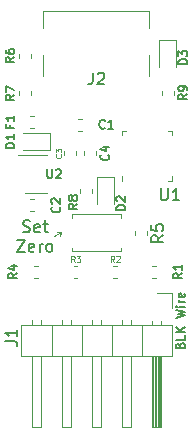
<source format=gbr>
G04 #@! TF.GenerationSoftware,KiCad,Pcbnew,(5.1.5)-3*
G04 #@! TF.CreationDate,2022-01-21T17:51:05-06:00*
G04 #@! TF.ProjectId,test_stand_smd,74657374-5f73-4746-916e-645f736d642e,rev?*
G04 #@! TF.SameCoordinates,Original*
G04 #@! TF.FileFunction,Legend,Top*
G04 #@! TF.FilePolarity,Positive*
%FSLAX46Y46*%
G04 Gerber Fmt 4.6, Leading zero omitted, Abs format (unit mm)*
G04 Created by KiCad (PCBNEW (5.1.5)-3) date 2022-01-21 17:51:05*
%MOMM*%
%LPD*%
G04 APERTURE LIST*
%ADD10C,0.120000*%
%ADD11C,0.150000*%
%ADD12C,0.125000*%
G04 APERTURE END LIST*
D10*
X140284200Y-94792800D02*
X140157200Y-95123000D01*
X140284200Y-94792800D02*
X139954000Y-94716600D01*
X140284200Y-94792800D02*
X139674600Y-95123000D01*
D11*
X137074400Y-94728161D02*
X137217257Y-94775780D01*
X137455352Y-94775780D01*
X137550590Y-94728161D01*
X137598209Y-94680542D01*
X137645828Y-94585304D01*
X137645828Y-94490066D01*
X137598209Y-94394828D01*
X137550590Y-94347209D01*
X137455352Y-94299590D01*
X137264876Y-94251971D01*
X137169638Y-94204352D01*
X137122019Y-94156733D01*
X137074400Y-94061495D01*
X137074400Y-93966257D01*
X137122019Y-93871019D01*
X137169638Y-93823400D01*
X137264876Y-93775780D01*
X137502971Y-93775780D01*
X137645828Y-93823400D01*
X138455352Y-94728161D02*
X138360114Y-94775780D01*
X138169638Y-94775780D01*
X138074400Y-94728161D01*
X138026780Y-94632923D01*
X138026780Y-94251971D01*
X138074400Y-94156733D01*
X138169638Y-94109114D01*
X138360114Y-94109114D01*
X138455352Y-94156733D01*
X138502971Y-94251971D01*
X138502971Y-94347209D01*
X138026780Y-94442447D01*
X138788685Y-94109114D02*
X139169638Y-94109114D01*
X138931542Y-93775780D02*
X138931542Y-94632923D01*
X138979161Y-94728161D01*
X139074400Y-94775780D01*
X139169638Y-94775780D01*
X136550590Y-95425780D02*
X137217257Y-95425780D01*
X136550590Y-96425780D01*
X137217257Y-96425780D01*
X137979161Y-96378161D02*
X137883923Y-96425780D01*
X137693447Y-96425780D01*
X137598209Y-96378161D01*
X137550590Y-96282923D01*
X137550590Y-95901971D01*
X137598209Y-95806733D01*
X137693447Y-95759114D01*
X137883923Y-95759114D01*
X137979161Y-95806733D01*
X138026780Y-95901971D01*
X138026780Y-95997209D01*
X137550590Y-96092447D01*
X138455352Y-96425780D02*
X138455352Y-95759114D01*
X138455352Y-95949590D02*
X138502971Y-95854352D01*
X138550590Y-95806733D01*
X138645828Y-95759114D01*
X138741066Y-95759114D01*
X139217257Y-96425780D02*
X139122019Y-96378161D01*
X139074400Y-96330542D01*
X139026780Y-96235304D01*
X139026780Y-95949590D01*
X139074400Y-95854352D01*
X139122019Y-95806733D01*
X139217257Y-95759114D01*
X139360114Y-95759114D01*
X139455352Y-95806733D01*
X139502971Y-95854352D01*
X139550590Y-95949590D01*
X139550590Y-96235304D01*
X139502971Y-96330542D01*
X139455352Y-96378161D01*
X139360114Y-96425780D01*
X139217257Y-96425780D01*
X150339828Y-104357228D02*
X150375542Y-104250085D01*
X150411257Y-104214371D01*
X150482685Y-104178657D01*
X150589828Y-104178657D01*
X150661257Y-104214371D01*
X150696971Y-104250085D01*
X150732685Y-104321514D01*
X150732685Y-104607228D01*
X149982685Y-104607228D01*
X149982685Y-104357228D01*
X150018400Y-104285800D01*
X150054114Y-104250085D01*
X150125542Y-104214371D01*
X150196971Y-104214371D01*
X150268400Y-104250085D01*
X150304114Y-104285800D01*
X150339828Y-104357228D01*
X150339828Y-104607228D01*
X150732685Y-103500085D02*
X150732685Y-103857228D01*
X149982685Y-103857228D01*
X150732685Y-103250085D02*
X149982685Y-103250085D01*
X150732685Y-102821514D02*
X150304114Y-103142942D01*
X149982685Y-102821514D02*
X150411257Y-103250085D01*
X149982685Y-102000085D02*
X150732685Y-101821514D01*
X150196971Y-101678657D01*
X150732685Y-101535800D01*
X149982685Y-101357228D01*
X150732685Y-101071514D02*
X150232685Y-101071514D01*
X149982685Y-101071514D02*
X150018400Y-101107228D01*
X150054114Y-101071514D01*
X150018400Y-101035800D01*
X149982685Y-101071514D01*
X150054114Y-101071514D01*
X150732685Y-100714371D02*
X150232685Y-100714371D01*
X150375542Y-100714371D02*
X150304114Y-100678657D01*
X150268400Y-100642942D01*
X150232685Y-100571514D01*
X150232685Y-100500085D01*
X150696971Y-99964371D02*
X150732685Y-100035800D01*
X150732685Y-100178657D01*
X150696971Y-100250085D01*
X150625542Y-100285800D01*
X150339828Y-100285800D01*
X150268400Y-100250085D01*
X150232685Y-100178657D01*
X150232685Y-100035800D01*
X150268400Y-99964371D01*
X150339828Y-99928657D01*
X150411257Y-99928657D01*
X150482685Y-100285800D01*
D10*
X148791200Y-82819021D02*
X148791200Y-83144579D01*
X149811200Y-82819021D02*
X149811200Y-83144579D01*
X148566200Y-78499600D02*
X148566200Y-80784600D01*
X150036200Y-78499600D02*
X148566200Y-78499600D01*
X150036200Y-80784600D02*
X150036200Y-78499600D01*
X141882400Y-91099421D02*
X141882400Y-91424979D01*
X142902400Y-91099421D02*
X142902400Y-91424979D01*
X143283000Y-90082000D02*
X143283000Y-92367000D01*
X144753000Y-90082000D02*
X143283000Y-90082000D01*
X144753000Y-92367000D02*
X144753000Y-90082000D01*
X147723460Y-81555200D02*
X147723460Y-79755200D01*
X147723460Y-76045200D02*
X147723460Y-77505200D01*
X138783460Y-76045200D02*
X138783460Y-77505200D01*
X138783460Y-81555200D02*
X138783460Y-79755200D01*
X138783460Y-76045200D02*
X147723460Y-76045200D01*
X145326000Y-93248200D02*
X145326000Y-93548200D01*
X141186000Y-96388200D02*
X141186000Y-96088200D01*
X141186000Y-93548200D02*
X141186000Y-93248200D01*
X145326000Y-96388200D02*
X141186000Y-96388200D01*
X145326000Y-96088200D02*
X145326000Y-96388200D01*
X141186000Y-93248200D02*
X145326000Y-93248200D01*
X149639020Y-99882960D02*
X149639020Y-101152960D01*
X148369020Y-99882960D02*
X149639020Y-99882960D01*
X137829020Y-102195889D02*
X137829020Y-102592960D01*
X138589020Y-102195889D02*
X138589020Y-102592960D01*
X137829020Y-111252960D02*
X137829020Y-105252960D01*
X138589020Y-111252960D02*
X137829020Y-111252960D01*
X138589020Y-105252960D02*
X138589020Y-111252960D01*
X139479020Y-102592960D02*
X139479020Y-105252960D01*
X140369020Y-102195889D02*
X140369020Y-102592960D01*
X141129020Y-102195889D02*
X141129020Y-102592960D01*
X140369020Y-111252960D02*
X140369020Y-105252960D01*
X141129020Y-111252960D02*
X140369020Y-111252960D01*
X141129020Y-105252960D02*
X141129020Y-111252960D01*
X142019020Y-102592960D02*
X142019020Y-105252960D01*
X142909020Y-102195889D02*
X142909020Y-102592960D01*
X143669020Y-102195889D02*
X143669020Y-102592960D01*
X142909020Y-111252960D02*
X142909020Y-105252960D01*
X143669020Y-111252960D02*
X142909020Y-111252960D01*
X143669020Y-105252960D02*
X143669020Y-111252960D01*
X144559020Y-102592960D02*
X144559020Y-105252960D01*
X145449020Y-102195889D02*
X145449020Y-102592960D01*
X146209020Y-102195889D02*
X146209020Y-102592960D01*
X145449020Y-111252960D02*
X145449020Y-105252960D01*
X146209020Y-111252960D02*
X145449020Y-111252960D01*
X146209020Y-105252960D02*
X146209020Y-111252960D01*
X147099020Y-102592960D02*
X147099020Y-105252960D01*
X147989020Y-102262960D02*
X147989020Y-102592960D01*
X148749020Y-102262960D02*
X148749020Y-102592960D01*
X148089020Y-105252960D02*
X148089020Y-111252960D01*
X148209020Y-105252960D02*
X148209020Y-111252960D01*
X148329020Y-105252960D02*
X148329020Y-111252960D01*
X148449020Y-105252960D02*
X148449020Y-111252960D01*
X148569020Y-105252960D02*
X148569020Y-111252960D01*
X148689020Y-105252960D02*
X148689020Y-111252960D01*
X147989020Y-111252960D02*
X147989020Y-105252960D01*
X148749020Y-111252960D02*
X147989020Y-111252960D01*
X148749020Y-105252960D02*
X148749020Y-111252960D01*
X149699020Y-105252960D02*
X149699020Y-102592960D01*
X136879020Y-105252960D02*
X149699020Y-105252960D01*
X136879020Y-102592960D02*
X136879020Y-105252960D01*
X149699020Y-102592960D02*
X136879020Y-102592960D01*
X139050600Y-88204400D02*
X136600600Y-88204400D01*
X137250600Y-91424400D02*
X139050600Y-91424400D01*
X145464000Y-86530400D02*
X145464000Y-86180400D01*
X145464000Y-86180400D02*
X145814000Y-86180400D01*
X149684000Y-90050400D02*
X149684000Y-90400400D01*
X149684000Y-90400400D02*
X149334000Y-90400400D01*
X149684000Y-86530400D02*
X149684000Y-86180400D01*
X149684000Y-86180400D02*
X149334000Y-86180400D01*
X145464000Y-90050400D02*
X145464000Y-90400400D01*
X136700800Y-82844421D02*
X136700800Y-83169979D01*
X137720800Y-82844421D02*
X137720800Y-83169979D01*
X136700800Y-79669421D02*
X136700800Y-79994979D01*
X137720800Y-79669421D02*
X137720800Y-79994979D01*
X146530600Y-94706221D02*
X146530600Y-95031779D01*
X147550600Y-94706221D02*
X147550600Y-95031779D01*
X138350179Y-97625200D02*
X138024621Y-97625200D01*
X138350179Y-98645200D02*
X138024621Y-98645200D01*
X141660179Y-97625200D02*
X141334621Y-97625200D01*
X141660179Y-98645200D02*
X141334621Y-98645200D01*
X145018979Y-97610200D02*
X144693421Y-97610200D01*
X145018979Y-98630200D02*
X144693421Y-98630200D01*
X148290179Y-97605200D02*
X147964621Y-97605200D01*
X148290179Y-98625200D02*
X147964621Y-98625200D01*
X137683021Y-85955600D02*
X138008579Y-85955600D01*
X137683021Y-84935600D02*
X138008579Y-84935600D01*
X139330800Y-86336200D02*
X137045800Y-86336200D01*
X139330800Y-87806200D02*
X139330800Y-86336200D01*
X137045800Y-87806200D02*
X139330800Y-87806200D01*
X143232600Y-88249979D02*
X143232600Y-87924421D01*
X142212600Y-88249979D02*
X142212600Y-87924421D01*
X141530800Y-88249979D02*
X141530800Y-87924421D01*
X140510800Y-88249979D02*
X140510800Y-87924421D01*
X137683021Y-92991400D02*
X138008579Y-92991400D01*
X137683021Y-91971400D02*
X138008579Y-91971400D01*
X142047179Y-85164200D02*
X141721621Y-85164200D01*
X142047179Y-86184200D02*
X141721621Y-86184200D01*
D11*
X150961285Y-83106800D02*
X150604142Y-83356800D01*
X150961285Y-83535371D02*
X150211285Y-83535371D01*
X150211285Y-83249657D01*
X150247000Y-83178228D01*
X150282714Y-83142514D01*
X150354142Y-83106800D01*
X150461285Y-83106800D01*
X150532714Y-83142514D01*
X150568428Y-83178228D01*
X150604142Y-83249657D01*
X150604142Y-83535371D01*
X150961285Y-82749657D02*
X150961285Y-82606800D01*
X150925571Y-82535371D01*
X150889857Y-82499657D01*
X150782714Y-82428228D01*
X150639857Y-82392514D01*
X150354142Y-82392514D01*
X150282714Y-82428228D01*
X150247000Y-82463942D01*
X150211285Y-82535371D01*
X150211285Y-82678228D01*
X150247000Y-82749657D01*
X150282714Y-82785371D01*
X150354142Y-82821085D01*
X150532714Y-82821085D01*
X150604142Y-82785371D01*
X150639857Y-82749657D01*
X150675571Y-82678228D01*
X150675571Y-82535371D01*
X150639857Y-82463942D01*
X150604142Y-82428228D01*
X150532714Y-82392514D01*
X150961285Y-80538171D02*
X150211285Y-80538171D01*
X150211285Y-80359600D01*
X150247000Y-80252457D01*
X150318428Y-80181028D01*
X150389857Y-80145314D01*
X150532714Y-80109600D01*
X150639857Y-80109600D01*
X150782714Y-80145314D01*
X150854142Y-80181028D01*
X150925571Y-80252457D01*
X150961285Y-80359600D01*
X150961285Y-80538171D01*
X150211285Y-79859600D02*
X150211285Y-79395314D01*
X150497000Y-79645314D01*
X150497000Y-79538171D01*
X150532714Y-79466742D01*
X150568428Y-79431028D01*
X150639857Y-79395314D01*
X150818428Y-79395314D01*
X150889857Y-79431028D01*
X150925571Y-79466742D01*
X150961285Y-79538171D01*
X150961285Y-79752457D01*
X150925571Y-79823885D01*
X150889857Y-79859600D01*
X141664885Y-92377800D02*
X141307742Y-92627800D01*
X141664885Y-92806371D02*
X140914885Y-92806371D01*
X140914885Y-92520657D01*
X140950600Y-92449228D01*
X140986314Y-92413514D01*
X141057742Y-92377800D01*
X141164885Y-92377800D01*
X141236314Y-92413514D01*
X141272028Y-92449228D01*
X141307742Y-92520657D01*
X141307742Y-92806371D01*
X141236314Y-91949228D02*
X141200600Y-92020657D01*
X141164885Y-92056371D01*
X141093457Y-92092085D01*
X141057742Y-92092085D01*
X140986314Y-92056371D01*
X140950600Y-92020657D01*
X140914885Y-91949228D01*
X140914885Y-91806371D01*
X140950600Y-91734942D01*
X140986314Y-91699228D01*
X141057742Y-91663514D01*
X141093457Y-91663514D01*
X141164885Y-91699228D01*
X141200600Y-91734942D01*
X141236314Y-91806371D01*
X141236314Y-91949228D01*
X141272028Y-92020657D01*
X141307742Y-92056371D01*
X141379171Y-92092085D01*
X141522028Y-92092085D01*
X141593457Y-92056371D01*
X141629171Y-92020657D01*
X141664885Y-91949228D01*
X141664885Y-91806371D01*
X141629171Y-91734942D01*
X141593457Y-91699228D01*
X141522028Y-91663514D01*
X141379171Y-91663514D01*
X141307742Y-91699228D01*
X141272028Y-91734942D01*
X141236314Y-91806371D01*
X145703485Y-92882571D02*
X144953485Y-92882571D01*
X144953485Y-92704000D01*
X144989200Y-92596857D01*
X145060628Y-92525428D01*
X145132057Y-92489714D01*
X145274914Y-92454000D01*
X145382057Y-92454000D01*
X145524914Y-92489714D01*
X145596342Y-92525428D01*
X145667771Y-92596857D01*
X145703485Y-92704000D01*
X145703485Y-92882571D01*
X145024914Y-92168285D02*
X144989200Y-92132571D01*
X144953485Y-92061142D01*
X144953485Y-91882571D01*
X144989200Y-91811142D01*
X145024914Y-91775428D01*
X145096342Y-91739714D01*
X145167771Y-91739714D01*
X145274914Y-91775428D01*
X145703485Y-92204000D01*
X145703485Y-91739714D01*
X142948066Y-81265780D02*
X142948066Y-81980066D01*
X142900447Y-82122923D01*
X142805209Y-82218161D01*
X142662352Y-82265780D01*
X142567114Y-82265780D01*
X143376638Y-81361019D02*
X143424257Y-81313400D01*
X143519495Y-81265780D01*
X143757590Y-81265780D01*
X143852828Y-81313400D01*
X143900447Y-81361019D01*
X143948066Y-81456257D01*
X143948066Y-81551495D01*
X143900447Y-81694352D01*
X143329019Y-82265780D01*
X143948066Y-82265780D01*
X135570980Y-104016133D02*
X136285266Y-104016133D01*
X136428123Y-104063752D01*
X136523361Y-104158990D01*
X136570980Y-104301847D01*
X136570980Y-104397085D01*
X136570980Y-103016133D02*
X136570980Y-103587561D01*
X136570980Y-103301847D02*
X135570980Y-103301847D01*
X135713838Y-103397085D01*
X135809076Y-103492323D01*
X135856695Y-103587561D01*
X139103171Y-89429085D02*
X139103171Y-90036228D01*
X139138885Y-90107657D01*
X139174600Y-90143371D01*
X139246028Y-90179085D01*
X139388885Y-90179085D01*
X139460314Y-90143371D01*
X139496028Y-90107657D01*
X139531742Y-90036228D01*
X139531742Y-89429085D01*
X139853171Y-89500514D02*
X139888885Y-89464800D01*
X139960314Y-89429085D01*
X140138885Y-89429085D01*
X140210314Y-89464800D01*
X140246028Y-89500514D01*
X140281742Y-89571942D01*
X140281742Y-89643371D01*
X140246028Y-89750514D01*
X139817457Y-90179085D01*
X140281742Y-90179085D01*
X148717095Y-91070180D02*
X148717095Y-91879704D01*
X148764714Y-91974942D01*
X148812333Y-92022561D01*
X148907571Y-92070180D01*
X149098047Y-92070180D01*
X149193285Y-92022561D01*
X149240904Y-91974942D01*
X149288523Y-91879704D01*
X149288523Y-91070180D01*
X150288523Y-92070180D02*
X149717095Y-92070180D01*
X150002809Y-92070180D02*
X150002809Y-91070180D01*
X149907571Y-91213038D01*
X149812333Y-91308276D01*
X149717095Y-91355895D01*
X136330885Y-83132200D02*
X135973742Y-83382200D01*
X136330885Y-83560771D02*
X135580885Y-83560771D01*
X135580885Y-83275057D01*
X135616600Y-83203628D01*
X135652314Y-83167914D01*
X135723742Y-83132200D01*
X135830885Y-83132200D01*
X135902314Y-83167914D01*
X135938028Y-83203628D01*
X135973742Y-83275057D01*
X135973742Y-83560771D01*
X135580885Y-82882200D02*
X135580885Y-82382200D01*
X136330885Y-82703628D01*
X136330885Y-79957200D02*
X135973742Y-80207200D01*
X136330885Y-80385771D02*
X135580885Y-80385771D01*
X135580885Y-80100057D01*
X135616600Y-80028628D01*
X135652314Y-79992914D01*
X135723742Y-79957200D01*
X135830885Y-79957200D01*
X135902314Y-79992914D01*
X135938028Y-80028628D01*
X135973742Y-80100057D01*
X135973742Y-80385771D01*
X135580885Y-79314342D02*
X135580885Y-79457200D01*
X135616600Y-79528628D01*
X135652314Y-79564342D01*
X135759457Y-79635771D01*
X135902314Y-79671485D01*
X136188028Y-79671485D01*
X136259457Y-79635771D01*
X136295171Y-79600057D01*
X136330885Y-79528628D01*
X136330885Y-79385771D01*
X136295171Y-79314342D01*
X136259457Y-79278628D01*
X136188028Y-79242914D01*
X136009457Y-79242914D01*
X135938028Y-79278628D01*
X135902314Y-79314342D01*
X135866600Y-79385771D01*
X135866600Y-79528628D01*
X135902314Y-79600057D01*
X135938028Y-79635771D01*
X136009457Y-79671485D01*
X148922980Y-95035666D02*
X148446790Y-95369000D01*
X148922980Y-95607095D02*
X147922980Y-95607095D01*
X147922980Y-95226142D01*
X147970600Y-95130904D01*
X148018219Y-95083285D01*
X148113457Y-95035666D01*
X148256314Y-95035666D01*
X148351552Y-95083285D01*
X148399171Y-95130904D01*
X148446790Y-95226142D01*
X148446790Y-95607095D01*
X147922980Y-94130904D02*
X147922980Y-94607095D01*
X148399171Y-94654714D01*
X148351552Y-94607095D01*
X148303933Y-94511857D01*
X148303933Y-94273761D01*
X148351552Y-94178523D01*
X148399171Y-94130904D01*
X148494409Y-94083285D01*
X148732504Y-94083285D01*
X148827742Y-94130904D01*
X148875361Y-94178523D01*
X148922980Y-94273761D01*
X148922980Y-94511857D01*
X148875361Y-94607095D01*
X148827742Y-94654714D01*
X136559485Y-98245200D02*
X136202342Y-98495200D01*
X136559485Y-98673771D02*
X135809485Y-98673771D01*
X135809485Y-98388057D01*
X135845200Y-98316628D01*
X135880914Y-98280914D01*
X135952342Y-98245200D01*
X136059485Y-98245200D01*
X136130914Y-98280914D01*
X136166628Y-98316628D01*
X136202342Y-98388057D01*
X136202342Y-98673771D01*
X136059485Y-97602342D02*
X136559485Y-97602342D01*
X135773771Y-97780914D02*
X136309485Y-97959485D01*
X136309485Y-97495200D01*
D12*
X141420066Y-97304990D02*
X141253400Y-97066895D01*
X141134352Y-97304990D02*
X141134352Y-96804990D01*
X141324828Y-96804990D01*
X141372447Y-96828800D01*
X141396257Y-96852609D01*
X141420066Y-96900228D01*
X141420066Y-96971657D01*
X141396257Y-97019276D01*
X141372447Y-97043085D01*
X141324828Y-97066895D01*
X141134352Y-97066895D01*
X141586733Y-96804990D02*
X141896257Y-96804990D01*
X141729590Y-96995466D01*
X141801019Y-96995466D01*
X141848638Y-97019276D01*
X141872447Y-97043085D01*
X141896257Y-97090704D01*
X141896257Y-97209752D01*
X141872447Y-97257371D01*
X141848638Y-97281180D01*
X141801019Y-97304990D01*
X141658161Y-97304990D01*
X141610542Y-97281180D01*
X141586733Y-97257371D01*
X144772866Y-97279590D02*
X144606200Y-97041495D01*
X144487152Y-97279590D02*
X144487152Y-96779590D01*
X144677628Y-96779590D01*
X144725247Y-96803400D01*
X144749057Y-96827209D01*
X144772866Y-96874828D01*
X144772866Y-96946257D01*
X144749057Y-96993876D01*
X144725247Y-97017685D01*
X144677628Y-97041495D01*
X144487152Y-97041495D01*
X144963342Y-96827209D02*
X144987152Y-96803400D01*
X145034771Y-96779590D01*
X145153819Y-96779590D01*
X145201438Y-96803400D01*
X145225247Y-96827209D01*
X145249057Y-96874828D01*
X145249057Y-96922447D01*
X145225247Y-96993876D01*
X144939533Y-97279590D01*
X145249057Y-97279590D01*
D11*
X150504085Y-98245200D02*
X150146942Y-98495200D01*
X150504085Y-98673771D02*
X149754085Y-98673771D01*
X149754085Y-98388057D01*
X149789800Y-98316628D01*
X149825514Y-98280914D01*
X149896942Y-98245200D01*
X150004085Y-98245200D01*
X150075514Y-98280914D01*
X150111228Y-98316628D01*
X150146942Y-98388057D01*
X150146942Y-98673771D01*
X150504085Y-97530914D02*
X150504085Y-97959485D01*
X150504085Y-97745200D02*
X149754085Y-97745200D01*
X149861228Y-97816628D01*
X149932657Y-97888057D01*
X149968371Y-97959485D01*
X135938028Y-85695600D02*
X135938028Y-85945600D01*
X136330885Y-85945600D02*
X135580885Y-85945600D01*
X135580885Y-85588457D01*
X136330885Y-84909885D02*
X136330885Y-85338457D01*
X136330885Y-85124171D02*
X135580885Y-85124171D01*
X135688028Y-85195600D01*
X135759457Y-85267028D01*
X135795171Y-85338457D01*
X136330885Y-87624771D02*
X135580885Y-87624771D01*
X135580885Y-87446200D01*
X135616600Y-87339057D01*
X135688028Y-87267628D01*
X135759457Y-87231914D01*
X135902314Y-87196200D01*
X136009457Y-87196200D01*
X136152314Y-87231914D01*
X136223742Y-87267628D01*
X136295171Y-87339057D01*
X136330885Y-87446200D01*
X136330885Y-87624771D01*
X136330885Y-86481914D02*
X136330885Y-86910485D01*
X136330885Y-86696200D02*
X135580885Y-86696200D01*
X135688028Y-86767628D01*
X135759457Y-86839057D01*
X135795171Y-86910485D01*
X144285857Y-88212200D02*
X144321571Y-88247914D01*
X144357285Y-88355057D01*
X144357285Y-88426485D01*
X144321571Y-88533628D01*
X144250142Y-88605057D01*
X144178714Y-88640771D01*
X144035857Y-88676485D01*
X143928714Y-88676485D01*
X143785857Y-88640771D01*
X143714428Y-88605057D01*
X143643000Y-88533628D01*
X143607285Y-88426485D01*
X143607285Y-88355057D01*
X143643000Y-88247914D01*
X143678714Y-88212200D01*
X143857285Y-87569342D02*
X144357285Y-87569342D01*
X143571571Y-87747914D02*
X144107285Y-87926485D01*
X144107285Y-87462200D01*
D12*
X140259571Y-88170533D02*
X140283380Y-88194342D01*
X140307190Y-88265771D01*
X140307190Y-88313390D01*
X140283380Y-88384819D01*
X140235761Y-88432438D01*
X140188142Y-88456247D01*
X140092904Y-88480057D01*
X140021476Y-88480057D01*
X139926238Y-88456247D01*
X139878619Y-88432438D01*
X139831000Y-88384819D01*
X139807190Y-88313390D01*
X139807190Y-88265771D01*
X139831000Y-88194342D01*
X139854809Y-88170533D01*
X139807190Y-88003866D02*
X139807190Y-87694342D01*
X139997666Y-87861009D01*
X139997666Y-87789580D01*
X140021476Y-87741961D01*
X140045285Y-87718152D01*
X140092904Y-87694342D01*
X140211952Y-87694342D01*
X140259571Y-87718152D01*
X140283380Y-87741961D01*
X140307190Y-87789580D01*
X140307190Y-87932438D01*
X140283380Y-87980057D01*
X140259571Y-88003866D01*
D11*
X140145657Y-92631800D02*
X140181371Y-92667514D01*
X140217085Y-92774657D01*
X140217085Y-92846085D01*
X140181371Y-92953228D01*
X140109942Y-93024657D01*
X140038514Y-93060371D01*
X139895657Y-93096085D01*
X139788514Y-93096085D01*
X139645657Y-93060371D01*
X139574228Y-93024657D01*
X139502800Y-92953228D01*
X139467085Y-92846085D01*
X139467085Y-92774657D01*
X139502800Y-92667514D01*
X139538514Y-92631800D01*
X139538514Y-92346085D02*
X139502800Y-92310371D01*
X139467085Y-92238942D01*
X139467085Y-92060371D01*
X139502800Y-91988942D01*
X139538514Y-91953228D01*
X139609942Y-91917514D01*
X139681371Y-91917514D01*
X139788514Y-91953228D01*
X140217085Y-92381800D01*
X140217085Y-91917514D01*
X143994600Y-85942057D02*
X143958885Y-85977771D01*
X143851742Y-86013485D01*
X143780314Y-86013485D01*
X143673171Y-85977771D01*
X143601742Y-85906342D01*
X143566028Y-85834914D01*
X143530314Y-85692057D01*
X143530314Y-85584914D01*
X143566028Y-85442057D01*
X143601742Y-85370628D01*
X143673171Y-85299200D01*
X143780314Y-85263485D01*
X143851742Y-85263485D01*
X143958885Y-85299200D01*
X143994600Y-85334914D01*
X144708885Y-86013485D02*
X144280314Y-86013485D01*
X144494600Y-86013485D02*
X144494600Y-85263485D01*
X144423171Y-85370628D01*
X144351742Y-85442057D01*
X144280314Y-85477771D01*
M02*

</source>
